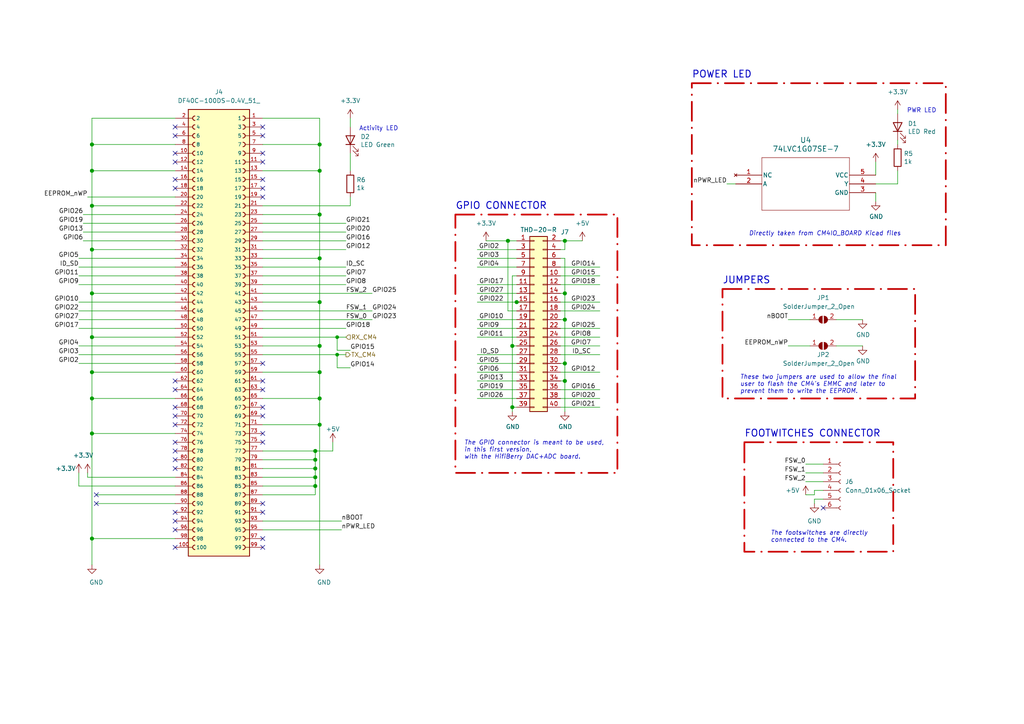
<source format=kicad_sch>
(kicad_sch (version 20230121) (generator eeschema)
  (paper "A4")
  (title_block (title "Bridge - Main Board") (date "2020-10-31") (rev "v01") (company "CanyonTeam") (comment 1 "Author: Clément MESLIF - Romain HUET"))
  (lib_symbols
    (symbol "74LVC1G07SE_7:74LVC1G07SE-7" (pin_names (offset 0.254))
      (property "Reference" "U" (at 20.32 10.16 0))
      (property "Value" "74LVC1G07SE-7" (at 20.32 7.62 0))
      (symbol "74LVC1G07SE-7_0_1"
        (polyline (pts (xy 7.62 -10.16) (xy 33.02 -10.16)) (stroke (width 0.127)))
        (polyline (pts (xy 7.62 5.08) (xy 7.62 -10.16)) (stroke (width 0.127)))
        (polyline (pts (xy 33.02 -10.16) (xy 33.02 5.08)) (stroke (width 0.127)))
        (polyline (pts (xy 33.02 5.08) (xy 7.62 5.08)) (stroke (width 0.127)))
        (pin no_connect line (at 0 0 0) (length 7.62) (name "NC") (number "1"))
        (pin input line (at 0 -2.54 0) (length 7.62) (name "A") (number "2"))
        (pin power_out line (at 40.64 -5.08 180) (length 7.62) (name "GND") (number "3"))
        (pin output line (at 40.64 -2.54 180) (length 7.62) (name "Y") (number "4"))
        (pin power_in line (at 40.64 0 180) (length 7.62) (name "VCC") (number "5"))
      )
    )
    (symbol "Connector:Conn_01x06_Socket" (pin_names (offset 1.016) hide)
      (property "Reference" "J" (at 0 7.62 0))
      (property "Value" "Conn_01x06_Socket" (at 0 -10.16 0))
      (symbol "Conn_01x06_Socket_1_1"
        (arc (start 0 -7.112) (mid -0.5058 -7.62) (end 0 -8.128) (stroke (width 0.1524)))
        (arc (start 0 -4.572) (mid -0.5058 -5.08) (end 0 -5.588) (stroke (width 0.1524)))
        (arc (start 0 -2.032) (mid -0.5058 -2.54) (end 0 -3.048) (stroke (width 0.1524)))
        (polyline (pts (xy -1.27 -7.62) (xy -0.508 -7.62)) (stroke (width 0.1524)))
        (polyline (pts (xy -1.27 -5.08) (xy -0.508 -5.08)) (stroke (width 0.1524)))
        (polyline (pts (xy -1.27 -2.54) (xy -0.508 -2.54)) (stroke (width 0.1524)))
        (polyline (pts (xy -1.27 0) (xy -0.508 0)) (stroke (width 0.1524)))
        (polyline (pts (xy -1.27 2.54) (xy -0.508 2.54)) (stroke (width 0.1524)))
        (polyline (pts (xy -1.27 5.08) (xy -0.508 5.08)) (stroke (width 0.1524)))
        (arc (start 0 0.508) (mid -0.5058 0) (end 0 -0.508) (stroke (width 0.1524)))
        (arc (start 0 3.048) (mid -0.5058 2.54) (end 0 2.032) (stroke (width 0.1524)))
        (arc (start 0 5.588) (mid -0.5058 5.08) (end 0 4.572) (stroke (width 0.1524)))
        (pin passive line (at -5.08 5.08 0) (length 3.81) (name "Pin_1") (number "1"))
        (pin passive line (at -5.08 2.54 0) (length 3.81) (name "Pin_2") (number "2"))
        (pin passive line (at -5.08 0 0) (length 3.81) (name "Pin_3") (number "3"))
        (pin passive line (at -5.08 -2.54 0) (length 3.81) (name "Pin_4") (number "4"))
        (pin passive line (at -5.08 -5.08 0) (length 3.81) (name "Pin_5") (number "5"))
        (pin passive line (at -5.08 -7.62 0) (length 3.81) (name "Pin_6") (number "6"))
      )
    )
    (symbol "Connector_Generic:Conn_02x20_Odd_Even" (pin_names hide)
      (property "Reference" "J" (at 1.27 25.4 0))
      (property "Value" "Conn_02x20_Odd_Even" (at 1.27 -27.94 0))
      (symbol "Conn_02x20_Odd_Even_1_1"
        (rectangle (start -1.27 -25.273) (end 0 -25.527))
        (rectangle (start -1.27 -22.733) (end 0 -22.987))
        (rectangle (start -1.27 -20.193) (end 0 -20.447))
        (rectangle (start -1.27 -17.653) (end 0 -17.907))
        (rectangle (start -1.27 -15.113) (end 0 -15.367))
        (rectangle (start -1.27 -12.573) (end 0 -12.827))
        (rectangle (start -1.27 -10.033) (end 0 -10.287))
        (rectangle (start -1.27 -7.493) (end 0 -7.747))
        (rectangle (start -1.27 -4.953) (end 0 -5.207))
        (rectangle (start -1.27 -2.413) (end 0 -2.667))
        (rectangle (start -1.27 0.127) (end 0 -0.127))
        (rectangle (start -1.27 2.667) (end 0 2.413))
        (rectangle (start -1.27 5.207) (end 0 4.953))
        (rectangle (start -1.27 7.747) (end 0 7.493))
        (rectangle (start -1.27 10.287) (end 0 10.033))
        (rectangle (start -1.27 12.827) (end 0 12.573))
        (rectangle (start -1.27 15.367) (end 0 15.113))
        (rectangle (start -1.27 17.907) (end 0 17.653))
        (rectangle (start -1.27 20.447) (end 0 20.193))
        (rectangle (start -1.27 22.987) (end 0 22.733))
        (rectangle (start -1.27 24.13) (end 3.81 -26.67) (stroke (width 0.254)) (fill (type background)))
        (rectangle (start 3.81 -25.273) (end 2.54 -25.527))
        (rectangle (start 3.81 -22.733) (end 2.54 -22.987))
        (rectangle (start 3.81 -20.193) (end 2.54 -20.447))
        (rectangle (start 3.81 -17.653) (end 2.54 -17.907))
        (rectangle (start 3.81 -15.113) (end 2.54 -15.367))
        (rectangle (start 3.81 -12.573) (end 2.54 -12.827))
        (rectangle (start 3.81 -10.033) (end 2.54 -10.287))
        (rectangle (start 3.81 -7.493) (end 2.54 -7.747))
        (rectangle (start 3.81 -4.953) (end 2.54 -5.207))
        (rectangle (start 3.81 -2.413) (end 2.54 -2.667))
        (rectangle (start 3.81 0.127) (end 2.54 -0.127))
        (rectangle (start 3.81 2.667) (end 2.54 2.413))
        (rectangle (start 3.81 5.207) (end 2.54 4.953))
        (rectangle (start 3.81 7.747) (end 2.54 7.493))
        (rectangle (start 3.81 10.287) (end 2.54 10.033))
        (rectangle (start 3.81 12.827) (end 2.54 12.573))
        (rectangle (start 3.81 15.367) (end 2.54 15.113))
        (rectangle (start 3.81 17.907) (end 2.54 17.653))
        (rectangle (start 3.81 20.447) (end 2.54 20.193))
        (rectangle (start 3.81 22.987) (end 2.54 22.733))
        (pin passive line (at -5.08 22.86 0) (length 3.81) (name "Pin_1") (number "1"))
        (pin passive line (at 7.62 12.7 180) (length 3.81) (name "Pin_10") (number "10"))
        (pin passive line (at -5.08 10.16 0) (length 3.81) (name "Pin_11") (number "11"))
        (pin passive line (at 7.62 10.16 180) (length 3.81) (name "Pin_12") (number "12"))
        (pin passive line (at -5.08 7.62 0) (length 3.81) (name "Pin_13") (number "13"))
        (pin passive line (at 7.62 7.62 180) (length 3.81) (name "Pin_14") (number "14"))
        (pin passive line (at -5.08 5.08 0) (length 3.81) (name "Pin_15") (number "15"))
        (pin passive line (at 7.62 5.08 180) (length 3.81) (name "Pin_16") (number "16"))
        (pin passive line (at -5.08 2.54 0) (length 3.81) (name "Pin_17") (number "17"))
        (pin passive line (at 7.62 2.54 180) (length 3.81) (name "Pin_18") (number "18"))
        (pin passive line (at -5.08 0 0) (length 3.81) (name "Pin_19") (number "19"))
        (pin passive line (at 7.62 22.86 180) (length 3.81) (name "Pin_2") (number "2"))
        (pin passive line (at 7.62 0 180) (length 3.81) (name "Pin_20") (number "20"))
        (pin passive line (at -5.08 -2.54 0) (length 3.81) (name "Pin_21") (number "21"))
        (pin passive line (at 7.62 -2.54 180) (length 3.81) (name "Pin_22") (number "22"))
        (pin passive line (at -5.08 -5.08 0) (length 3.81) (name "Pin_23") (number "23"))
        (pin passive line (at 7.62 -5.08 180) (length 3.81) (name "Pin_24") (number "24"))
        (pin passive line (at -5.08 -7.62 0) (length 3.81) (name "Pin_25") (number "25"))
        (pin passive line (at 7.62 -7.62 180) (length 3.81) (name "Pin_26") (number "26"))
        (pin passive line (at -5.08 -10.16 0) (length 3.81) (name "Pin_27") (number "27"))
        (pin passive line (at 7.62 -10.16 180) (length 3.81) (name "Pin_28") (number "28"))
        (pin passive line (at -5.08 -12.7 0) (length 3.81) (name "Pin_29") (number "29"))
        (pin passive line (at -5.08 20.32 0) (length 3.81) (name "Pin_3") (number "3"))
        (pin passive line (at 7.62 -12.7 180) (length 3.81) (name "Pin_30") (number "30"))
        (pin passive line (at -5.08 -15.24 0) (length 3.81) (name "Pin_31") (number "31"))
        (pin passive line (at 7.62 -15.24 180) (length 3.81) (name "Pin_32") (number "32"))
        (pin passive line (at -5.08 -17.78 0) (length 3.81) (name "Pin_33") (number "33"))
        (pin passive line (at 7.62 -17.78 180) (length 3.81) (name "Pin_34") (number "34"))
        (pin passive line (at -5.08 -20.32 0) (length 3.81) (name "Pin_35") (number "35"))
        (pin passive line (at 7.62 -20.32 180) (length 3.81) (name "Pin_36") (number "36"))
        (pin passive line (at -5.08 -22.86 0) (length 3.81) (name "Pin_37") (number "37"))
        (pin passive line (at 7.62 -22.86 180) (length 3.81) (name "Pin_38") (number "38"))
        (pin passive line (at -5.08 -25.4 0) (length 3.81) (name "Pin_39") (number "39"))
        (pin passive line (at 7.62 20.32 180) (length 3.81) (name "Pin_4") (number "4"))
        (pin passive line (at 7.62 -25.4 180) (length 3.81) (name "Pin_40") (number "40"))
        (pin passive line (at -5.08 17.78 0) (length 3.81) (name "Pin_5") (number "5"))
        (pin passive line (at 7.62 17.78 180) (length 3.81) (name "Pin_6") (number "6"))
        (pin passive line (at -5.08 15.24 0) (length 3.81) (name "Pin_7") (number "7"))
        (pin passive line (at 7.62 15.24 180) (length 3.81) (name "Pin_8") (number "8"))
        (pin passive line (at -5.08 12.7 0) (length 3.81) (name "Pin_9") (number "9"))
      )
    )
    (symbol "DF40C-100DS-0.4V_51_:DF40C-100DS-0.4V_51_" (pin_names (offset 1.016))
      (property "Reference" "J" (at -8.9083 63.6526 0))
      (property "Value" "DF40C-100DS-0.4V_51_" (at -8.9063 -68.7318 0))
      (symbol "DF40C-100DS-0.4V_51__0_0"
        (rectangle (start -8.89 -66.04) (end 8.89 63.5) (stroke (width 0.254)) (fill (type background)))
        (arc (start -6.985 -62.865) (mid -7.6173 -63.5) (end -6.985 -64.135) (stroke (width 0.254)))
        (arc (start -6.985 -60.325) (mid -7.6173 -60.96) (end -6.985 -61.595) (stroke (width 0.254)))
        (arc (start -6.985 -57.785) (mid -7.6173 -58.42) (end -6.985 -59.055) (stroke (width 0.254)))
        (arc (start -6.985 -55.245) (mid -7.6173 -55.88) (end -6.985 -56.515) (stroke (width 0.254)))
        (arc (start -6.985 -52.705) (mid -7.6173 -53.34) (end -6.985 -53.975) (stroke (width 0.254)))
        (arc (start -6.985 -50.165) (mid -7.6173 -50.8) (end -6.985 -51.435) (stroke (width 0.254)))
        (arc (start -6.985 -47.625) (mid -7.6173 -48.26) (end -6.985 -48.895) (stroke (width 0.254)))
        (arc (start -6.985 -45.085) (mid -7.6173 -45.72) (end -6.985 -46.355) (stroke (width 0.254)))
        (arc (start -6.985 -42.545) (mid -7.6173 -43.18) (end -6.985 -43.815) (stroke (width 0.254)))
        (arc (start -6.985 -40.005) (mid -7.6173 -40.64) (end -6.985 -41.275) (stroke (width 0.254)))
        (arc (start -6.985 -37.465) (mid -7.6173 -38.1) (end -6.985 -38.735) (stroke (width 0.254)))
        (arc (start -6.985 -34.925) (mid -7.6173 -35.56) (end -6.985 -36.195) (stroke (width 0.254)))
        (arc (start -6.985 -32.385) (mid -7.6173 -33.02) (end -6.985 -33.655) (stroke (width 0.254)))
        (arc (start -6.985 -29.845) (mid -7.6173 -30.48) (end -6.985 -31.115) (stroke (width 0.254)))
        (arc (start -6.985 -27.305) (mid -7.6173 -27.94) (end -6.985 -28.575) (stroke (width 0.254)))
        (arc (start -6.985 -24.765) (mid -7.6173 -25.4) (end -6.985 -26.035) (stroke (width 0.254)))
        (arc (start -6.985 -22.225) (mid -7.6173 -22.86) (end -6.985 -23.495) (stroke (width 0.254)))
        (arc (start -6.985 -19.685) (mid -7.6173 -20.32) (end -6.985 -20.955) (stroke (width 0.254)))
        (arc (start -6.985 -17.145) (mid -7.6173 -17.78) (end -6.985 -18.415) (stroke (width 0.254)))
        (arc (start -6.985 -14.605) (mid -7.6173 -15.24) (end -6.985 -15.875) (stroke (width 0.254)))
        (arc (start -6.985 -12.065) (mid -7.6173 -12.7) (end -6.985 -13.335) (stroke (width 0.254)))
        (arc (start -6.985 -9.525) (mid -7.6173 -10.16) (end -6.985 -10.795) (stroke (width 0.254)))
        (arc (start -6.985 -6.985) (mid -7.6173 -7.62) (end -6.985 -8.255) (stroke (width 0.254)))
        (arc (start -6.985 -4.445) (mid -7.6173 -5.08) (end -6.985 -5.715) (stroke (width 0.254)))
        (arc (start -6.985 -1.905) (mid -7.6173 -2.54) (end -6.985 -3.175) (stroke (width 0.254)))
        (arc (start -6.985 0.635) (mid -7.6173 0) (end -6.985 -0.635) (stroke (width 0.254)))
        (arc (start -6.985 3.175) (mid -7.6173 2.54) (end -6.985 1.905) (stroke (width 0.254)))
        (arc (start -6.985 5.715) (mid -7.6173 5.08) (end -6.985 4.445) (stroke (width 0.254)))
        (arc (start -6.985 8.255) (mid -7.6173 7.62) (end -6.985 6.985) (stroke (width 0.254)))
        (arc (start -6.985 10.795) (mid -7.6173 10.16) (end -6.985 9.525) (stroke (width 0.254)))
        (arc (start -6.985 13.335) (mid -7.6173 12.7) (end -6.985 12.065) (stroke (width 0.254)))
        (arc (start -6.985 15.875) (mid -7.6173 15.24) (end -6.985 14.605) (stroke (width 0.254)))
        (arc (start -6.985 18.415) (mid -7.6173 17.78) (end -6.985 17.145) (stroke (width 0.254)))
        (arc (start -6.985 20.955) (mid -7.6173 20.32) (end -6.985 19.685) (stroke (width 0.254)))
        (arc (start -6.985 23.495) (mid -7.6173 22.86) (end -6.985 22.225) (stroke (width 0.254)))
        (arc (start -6.985 26.035) (mid -7.6173 25.4) (end -6.985 24.765) (stroke (width 0.254)))
        (arc (start -6.985 28.575) (mid -7.6173 27.94) (end -6.985 27.305) (stroke (width 0.254)))
        (arc (start -6.985 31.115) (mid -7.6173 30.48) (end -6.985 29.845) (stroke (width 0.254)))
        (arc (start -6.985 33.655) (mid -7.6173 33.02) (end -6.985 32.385) (stroke (width 0.254)))
        (arc (start -6.985 36.195) (mid -7.6173 35.56) (end -6.985 34.925) (stroke (width 0.254)))
        (arc (start -6.985 38.735) (mid -7.6173 38.1) (end -6.985 37.465) (stroke (width 0.254)))
        (arc (start -6.985 41.275) (mid -7.6173 40.64) (end -6.985 40.005) (stroke (width 0.254)))
        (arc (start -6.985 43.815) (mid -7.6173 43.18) (end -6.985 42.545) (stroke (width 0.254)))
        (arc (start -6.985 46.355) (mid -7.6173 45.72) (end -6.985 45.085) (stroke (width 0.254)))
        (arc (start -6.985 48.895) (mid -7.6173 48.26) (end -6.985 47.625) (stroke (width 0.254)))
        (arc (start -6.985 51.435) (mid -7.6173 50.8) (end -6.985 50.165) (stroke (width 0.254)))
        (arc (start -6.985 53.975) (mid -7.6173 53.34) (end -6.985 52.705) (stroke (width 0.254)))
        (arc (start -6.985 56.515) (mid -7.6173 55.88) (end -6.985 55.245) (stroke (width 0.254)))
        (arc (start -6.985 59.055) (mid -7.6173 58.42) (end -6.985 57.785) (stroke (width 0.254)))
        (arc (start -6.985 61.595) (mid -7.6173 60.96) (end -6.985 60.325) (stroke (width 0.254)))
        (arc (start 6.985 -64.135) (mid 7.6173 -63.5) (end 6.985 -62.865) (stroke (width 0.254)))
        (arc (start 6.985 -61.595) (mid 7.6173 -60.96) (end 6.985 -60.325) (stroke (width 0.254)))
        (arc (start 6.985 -59.055) (mid 7.6173 -58.42) (end 6.985 -57.785) (stroke (width 0.254)))
        (arc (start 6.985 -56.515) (mid 7.6173 -55.88) (end 6.985 -55.245) (stroke (width 0.254)))
        (arc (start 6.985 -53.975) (mid 7.6173 -53.34) (end 6.985 -52.705) (stroke (width 0.254)))
        (arc (start 6.985 -51.435) (mid 7.6173 -50.8) (end 6.985 -50.165) (stroke (width 0.254)))
        (arc (start 6.985 -48.895) (mid 7.6173 -48.26) (end 6.985 -47.625) (stroke (width 0.254)))
        (arc (start 6.985 -46.355) (mid 7.6173 -45.72) (end 6.985 -45.085) (stroke (width 0.254)))
        (arc (start 6.985 -43.815) (mid 7.6173 -43.18) (end 6.985 -42.545) (stroke (width 0.254)))
        (arc (start 6.985 -41.275) (mid 7.6173 -40.64) (end 6.985 -40.005) (stroke (width 0.254)))
        (arc (start 6.985 -38.735) (mid 7.6173 -38.1) (end 6.985 -37.465) (stroke (width 0.254)))
        (arc (start 6.985 -36.195) (mid 7.6173 -35.56) (end 6.985 -34.925) (stroke (width 0.254)))
        (arc (start 6.985 -33.655) (mid 7.6173 -33.02) (end 6.985 -32.385) (stroke (width 0.254)))
        (arc (start 6.985 -31.115) (mid 7.6173 -30.48) (end 6.985 -29.845) (stroke (width 0.254)))
        (arc (start 6.985 -28.575) (mid 7.6173 -27.94) (end 6.985 -27.305) (stroke (width 0.254)))
        (arc (start 6.985 -26.035) (mid 7.6173 -25.4) (end 6.985 -24.765) (stroke (width 0.254)))
        (arc (start 6.985 -23.495) (mid 7.6173 -22.86) (end 6.985 -22.225) (stroke (width 0.254)))
        (arc (start 6.985 -20.955) (mid 7.6173 -20.32) (end 6.985 -19.685) (stroke (width 0.254)))
        (arc (start 6.985 -18.415) (mid 7.6173 -17.78) (end 6.985 -17.145) (stroke (width 0.254)))
        (arc (start 6.985 -15.875) (mid 7.6173 -15.24) (end 6.985 -14.605) (stroke (width 0.254)))
        (arc (start 6.985 -13.335) (mid 7.6173 -12.7) (end 6.985 -12.065) (stroke (width 0.254)))
        (arc (start 6.985 -10.795) (mid 7.6173 -10.16) (end 6.985 -9.525) (stroke (width 0.254)))
        (arc (start 6.985 -8.255) (mid 7.6173 -7.62) (end 6.985 -6.985) (stroke (width 0.254)))
        (arc (start 6.985 -5.715) (mid 7.6173 -5.08) (end 6.985 -4.445) (stroke (width 0.254)))
        (arc (start 6.985 -3.175) (mid 7.6173 -2.54) (end 6.985 -1.905) (stroke (width 0.254)))
        (arc (start 6.985 -0.635) (mid 7.6173 0) (end 6.985 0.635) (stroke (width 0.254)))
        (arc (start 6.985 1.905) (mid 7.6173 2.54) (end 6.985 3.175) (stroke (width 0.254)))
        (arc (start 6.985 4.445) (mid 7.6173 5.08) (end 6.985 5.715) (stroke (width 0.254)))
        (arc (start 6.985 6.985) (mid 7.6173 7.62) (end 6.985 8.255) (stroke (width 0.254)))
        (arc (start 6.985 9.525) (mid 7.6173 10.16) (end 6.985 10.795) (stroke (width 0.254)))
        (arc (start 6.985 12.065) (mid 7.6173 12.7) (end 6.985 13.335) (stroke (width 0.254)))
        (arc (start 6.985 14.605) (mid 7.6173 15.24) (end 6.985 15.875) (stroke (width 0.254)))
        (arc (start 6.985 17.145) (mid 7.6173 17.78) (end 6.985 18.415) (stroke (width 0.254)))
        (arc (start 6.985 19.685) (mid 7.6173 20.32) (end 6.985 20.955) (stroke (width 0.254)))
        (arc (start 6.985 22.225) (mid 7.6173 22.86) (end 6.985 23.495) (stroke (width 0.254)))
        (arc (start 6.985 24.765) (mid 7.6173 25.4) (end 6.985 26.035) (stroke (width 0.254)))
        (arc (start 6.985 27.305) (mid 7.6173 27.94) (end 6.985 28.575) (stroke (width 0.254)))
        (arc (start 6.985 29.845) (mid 7.6173 30.48) (end 6.985 31.115) (stroke (width 0.254)))
        (arc (start 6.985 32.385) (mid 7.6173 33.02) (end 6.985 33.655) (stroke (width 0.254)))
        (arc (start 6.985 34.925) (mid 7.6173 35.56) (end 6.985 36.195) (stroke (width 0.254)))
        (arc (start 6.985 37.465) (mid 7.6173 38.1) (end 6.985 38.735) (stroke (width 0.254)))
        (arc (start 6.985 40.005) (mid 7.6173 40.64) (end 6.985 41.275) (stroke (width 0.254)))
        (arc (start 6.985 42.545) (mid 7.6173 43.18) (end 6.985 43.815) (stroke (width 0.254)))
        (arc (start 6.985 45.085) (mid 7.6173 45.72) (end 6.985 46.355) (stroke (width 0.254)))
        (arc (start 6.985 47.625) (mid 7.6173 48.26) (end 6.985 48.895) (stroke (width 0.254)))
        (arc (start 6.985 50.165) (mid 7.6173 50.8) (end 6.985 51.435) (stroke (width 0.254)))
        (arc (start 6.985 52.705) (mid 7.6173 53.34) (end 6.985 53.975) (stroke (width 0.254)))
        (arc (start 6.985 55.245) (mid 7.6173 55.88) (end 6.985 56.515) (stroke (width 0.254)))
        (arc (start 6.985 57.785) (mid 7.6173 58.42) (end 6.985 59.055) (stroke (width 0.254)))
        (arc (start 6.985 60.325) (mid 7.6173 60.96) (end 6.985 61.595) (stroke (width 0.254)))
        (pin passive line (at -12.7 60.96 0) (length 5.08) (name "1") (number "1"))
        (pin passive line (at 12.7 50.8 180) (length 5.08) (name "10") (number "10"))
        (pin passive line (at 12.7 -63.5 180) (length 5.08) (name "100") (number "100"))
        (pin passive line (at -12.7 48.26 0) (length 5.08) (name "11") (number "11"))
        (pin passive line (at 12.7 48.26 180) (length 5.08) (name "12") (number "12"))
        (pin passive line (at -12.7 45.72 0) (length 5.08) (name "13") (number "13"))
        (pin passive line (at 12.7 45.72 180) (length 5.08) (name "14") (number "14"))
        (pin passive line (at -12.7 43.18 0) (length 5.08) (name "15") (number "15"))
        (pin passive line (at 12.7 43.18 180) (length 5.08) (name "16") (number "16"))
        (pin passive line (at -12.7 40.64 0) (length 5.08) (name "17") (number "17"))
        (pin passive line (at 12.7 40.64 180) (length 5.08) (name "18") (number "18"))
        (pin passive line (at -12.7 38.1 0) (length 5.08) (name "19") (number "19"))
        (pin passive line (at 12.7 60.96 180) (length 5.08) (name "2") (number "2"))
        (pin passive line (at 12.7 38.1 180) (length 5.08) (name "20") (number "20"))
        (pin passive line (at -12.7 35.56 0) (length 5.08) (name "21") (number "21"))
        (pin passive line (at 12.7 35.56 180) (length 5.08) (name "22") (number "22"))
        (pin passive line (at -12.7 33.02 0) (length 5.08) (name "23") (number "23"))
        (pin passive line (at 12.7 33.02 180) (length 5.08) (name "24") (number "24"))
        (pin passive line (at -12.7 30.48 0) (length 5.08) (name "25") (number "25"))
        (pin passive line (at 12.7 30.48 180) (length 5.08) (name "26") (number "26"))
        (pin passive line (at -12.7 27.94 0) (length 5.08) (name "27") (number "27"))
        (pin passive line (at 12.7 27.94 180) (length 5.08) (name "28") (number "28"))
        (pin passive line (at -12.7 25.4 0) (length 5.08) (name "29") (number "29"))
        (pin passive line (at -12.7 58.42 0) (length 5.08) (name "3") (number "3"))
        (pin passive line (at 12.7 25.4 180) (length 5.08) (name "30") (number "30"))
        (pin passive line (at -12.7 22.86 0) (length 5.08) (name "31") (number "31"))
        (pin passive line (at 12.7 22.86 180) (length 5.08) (name "32") (number "32"))
        (pin passive line (at -12.7 20.32 0) (length 5.08) (name "33") (number "33"))
        (pin passive line (at 12.7 20.32 180) (length 5.08) (name "34") (number "34"))
        (pin passive line (at -12.7 17.78 0) (length 5.08) (name "35") (number "35"))
        (pin passive line (at 12.7 17.78 180) (length 5.08) (name "36") (number "36"))
        (pin passive line (at -12.7 15.24 0) (length 5.08) (name "37") (number "37"))
        (pin passive line (at 12.7 15.24 180) (length 5.08) (name "38") (number "38"))
        (pin passive line (at -12.7 12.7 0) (length 5.08) (name "39") (number "39"))
        (pin passive line (at 12.7 58.42 180) (length 5.08) (name "4") (number "4"))
        (pin passive line (at 12.7 12.7 180) (length 5.08) (name "40") (number "40"))
        (pin passive line (at -12.7 10.16 0) (length 5.08) (name "41") (number "41"))
        (pin passive line (at 12.7 10.16 180) (length 5.08) (name "42") (number "42"))
        (pin passive line (at -12.7 7.62 0) (length 5.08) (name "43") (number "43"))
        (pin passive line (at 12.7 7.62 180) (length 5.08) (name "44") (number "44"))
        (pin passive line (at -12.7 5.08 0) (length 5.08) (name "45") (number "45"))
        (pin passive line (at 12.7 5.08 180) (length 5.08) (name "46") (number "46"))
        (pin passive line (at -12.7 2.54 0) (length 5.08) (name "47") (number "47"))
        (pin passive line (at 12.7 2.54 180) (length 5.08) (name "48") (number "48"))
        (pin passive line (at -12.7 0 0) (length 5.08) (name "49") (number "49"))
        (pin passive line (at -12.7 55.88 0) (length 5.08) (name "5") (number "5"))
        (pin passive line (at 12.7 0 180) (length 5.08) (name "50") (number "50"))
        (pin passive line (at -12.7 -2.54 0) (length 5.08) (name "51") (number "51"))
        (pin passive line (at 12.7 -2.54 180) (length 5.08) (name "52") (number "52"))
        (pin passive line (at -12.7 -5.08 0) (length 5.08) (name "53") (number "53"))
        (pin passive line (at 12.7 -5.08 180) (length 5.08) (name "54") (number "54"))
        (pin passive line (at -12.7 -7.62 0) (length 5.08) (name "55") (number "55"))
        (pin passive line (at 12.7 -7.62 180) (length 5.08) (name "56") (number "56"))
        (pin passive line (at -12.7 -10.16 0) (length 5.08) (name "57") (number "57"))
        (pin passive line (at 12.7 -10.16 180) (length 5.08) (name "58") (number "58"))
        (pin passive line (at -12.7 -12.7 0) (length 5.08) (name "59") (number "59"))
        (pin passive line (at 12.7 55.88 180) (length 5.08) (name "6") (number "6"))
        (pin passive line (at 12.7 -12.7 180) (length 5.08) (name "60") (number "60"))
        (pin passive line (at -12.7 -15.24 0) (length 5.08) (name "61") (number "61"))
        (pin passive line (at 12.7 -15.24 180) (length 5.08) (name "62") (number "62"))
        (pin passive line (at -12.7 -17.78 0) (length 5.08) (name "63") (number "63"))
        (pin passive line (at 12.7 -17.78 180) (length 5.08) (name "64") (number "64"))
        (pin passive line (at -12.7 -20.32 0) (length 5.08) (name "65") (number "65"))
        (pin passive line (at 12.7 -20.32 180) (length 5.08) (name "66") (number "66"))
        (pin passive line (at -12.7 -22.86 0) (length 5.08) (name "67") (number "67"))
        (pin passive line (at 12.7 -22.86 180) (length 5.08) (name "68") (number "68"))
        (pin passive line (at -12.7 -25.4 0) (length 5.08) (name "69") (number "69"))
        (pin passive line (at -12.7 53.34 0) (length 5.08) (name "7") (number "7"))
        (pin passive line (at 12.7 -25.4 180) (length 5.08) (name "70") (number "70"))
        (pin passive line (at -12.7 -27.94 0) (length 5.08) (name "71") (number "71"))
        (pin passive line (at 12.7 -27.94 180) (length 5.08) (name "72") (number "72"))
        (pin passive line (at -12.7 -30.48 0) (length 5.08) (name "73") (number "73"))
        (pin passive line (at 12.7 -30.48 180) (length 5.08) (name "74") (number "74"))
        (pin passive line (at -12.7 -33.02 0) (length 5.08) (name "75") (number "75"))
        (pin passive line (at 12.7 -33.02 180) (length 5.08) (name "76") (number "76"))
        (pin passive line (at -12.7 -35.56 0) (length 5.08) (name "77") (number "77"))
        (pin passive line (at 12.7 -35.56 180) (length 5.08) (name "78") (number "78"))
        (pin passive line (at -12.7 -38.1 0) (length 5.08) (name "79") (number "79"))
        (pin passive line (at 12.7 53.34 180) (length 5.08) (name "8") (number "8"))
        (pin passive line (at 12.7 -38.1 180) (length 5.08) (name "80") (number "80"))
        (pin passive line (at -12.7 -40.64 0) (length 5.08) (name "81") (number "81"))
        (pin passive line (at 12.7 -40.64 180) (length 5.08) (name "82") (number "82"))
        (pin passive line (at -12.7 -43.18 0) (length 5.08) (name "83") (number "83"))
        (pin passive line (at 12.7 -43.18 180) (length 5.08) (name "84") (number "84"))
        (pin passive line (at -12.7 -45.72 0) (length 5.08) (name "85") (number "85"))
        (pin passive line (at 12.7 -45.72 180) (length 5.08) (name "86") (number "86"))
        (pin passive line (at -12.7 -48.26 0) (length 5.08) (name "87") (number "87"))
        (pin passive line (at 12.7 -48.26 180) (length 5.08) (name "88") (number "88"))
        (pin passive line (at -12.7 -50.8 0) (length 5.08) (name "89") (number "89"))
        (pin passive line (at -12.7 50.8 0) (length 5.08) (name "9") (number "9"))
        (pin passive line (at 12.7 -50.8 180) (length 5.08) (name "90") (number "90"))
        (pin passive line (at -12.7 -53.34 0) (length 5.08) (name "91") (number "91"))
        (pin passive line (at 12.7 -53.34 180) (length 5.08) (name "92") (number "92"))
        (pin passive line (at -12.7 -55.88 0) (length 5.08) (name "93") (number "93"))
        (pin passive line (at 12.7 -55.88 180) (length 5.08) (name "94") (number "94"))
        (pin passive line (at -12.7 -58.42 0) (length 5.08) (name "95") (number "95"))
        (pin passive line (at 12.7 -58.42 180) (length 5.08) (name "96") (number "96"))
        (pin passive line (at -12.7 -60.96 0) (length 5.08) (name "97") (number "97"))
        (pin passive line (at 12.7 -60.96 180) (length 5.08) (name "98") (number "98"))
        (pin passive line (at -12.7 -63.5 0) (length 5.08) (name "99") (number "99"))
      )
    )
    (symbol "Device:LED" (pin_numbers hide) (pin_names hide)
      (property "Reference" "D" (at 0 2.54 0))
      (property "Value" "LED" (at 0 -2.54 0))
      (symbol "LED_0_1"
        (polyline (pts (xy -1.27 -1.27) (xy -1.27 1.27)) (stroke (width 0.254)))
        (polyline (pts (xy -1.27 0) (xy 1.27 0)))
        (polyline (pts (xy 1.27 -1.27) (xy 1.27 1.27) (xy -1.27 0) (xy 1.27 -1.27)) (stroke (width 0.254)))
        (polyline (pts (xy -3.048 -0.762) (xy -4.572 -2.286) (xy -3.81 -2.286) (xy -4.572 -2.286) (xy -4.572 -1.524)))
        (polyline (pts (xy -1.778 -0.762) (xy -3.302 -2.286) (xy -2.54 -2.286) (xy -3.302 -2.286) (xy -3.302 -1.524)))
      )
      (symbol "LED_1_1"
        (pin passive line (at -3.81 0 0) (length 2.54) (name "K") (number "1"))
        (pin passive line (at 3.81 0 180) (length 2.54) (name "A") (number "2"))
      )
    )
    (symbol "Device:R" (pin_numbers hide) (pin_names (offset 0))
      (property "Reference" "R" (at 2.032 0 90))
      (property "Value" "R" (at 0 0 90))
      (symbol "R_0_1"
        (rectangle (start -1.016 -2.54) (end 1.016 2.54) (stroke (width 0.254)))
      )
      (symbol "R_1_1"
        (pin passive line (at 0 3.81 270) (length 1.27) (name "~") (number "1"))
        (pin passive line (at 0 -3.81 90) (length 1.27) (name "~") (number "2"))
      )
    )
    (symbol "GND_1" (power) (pin_names (offset 0))
      (property "Value" "GND_1" (at 0 -3.81 0))
      (symbol "GND_1_0_1"
        (polyline (pts (xy 0 0) (xy 0 -1.27) (xy 1.27 -1.27) (xy 0 -2.54) (xy -1.27 -1.27) (xy 0 -1.27)))
      )
      (symbol "GND_1_1_1"
        (pin power_in line (at 0 0 270) (length 0) hide (name "GND") (number "1"))
      )
    )
    (symbol "Jumper:SolderJumper_2_Open" (pin_names (offset 0) hide)
      (property "Reference" "JP" (at 0 2.032 0))
      (property "Value" "SolderJumper_2_Open" (at 0 -2.54 0))
      (symbol "SolderJumper_2_Open_0_1"
        (arc (start -0.254 1.016) (mid -1.2656 0) (end -0.254 -1.016))
        (arc (start -0.254 1.016) (mid -1.2656 0) (end -0.254 -1.016) (fill (type outline)))
        (polyline (pts (xy -0.254 1.016) (xy -0.254 -1.016)))
        (polyline (pts (xy 0.254 1.016) (xy 0.254 -1.016)))
        (arc (start 0.254 -1.016) (mid 1.2656 0) (end 0.254 1.016))
        (arc (start 0.254 -1.016) (mid 1.2656 0) (end 0.254 1.016) (fill (type outline)))
      )
      (symbol "SolderJumper_2_Open_1_1"
        (pin passive line (at -3.81 0 0) (length 2.54) (name "A") (number "1"))
        (pin passive line (at 3.81 0 180) (length 2.54) (name "B") (number "2"))
      )
    )
    (symbol "power:+3.3V" (power) (pin_names (offset 0))
      (property "Value" "+3.3V" (at 0 3.556 0))
      (symbol "+3.3V_0_1"
        (polyline (pts (xy -0.762 1.27) (xy 0 2.54)))
        (polyline (pts (xy 0 0) (xy 0 2.54)))
        (polyline (pts (xy 0 2.54) (xy 0.762 1.27)))
      )
      (symbol "+3.3V_1_1"
        (pin power_in line (at 0 0 90) (length 0) hide (name "+3.3V") (number "1"))
      )
    )
    (symbol "power:+5V" (power) (pin_names (offset 0))
      (property "Value" "+5V" (at 0 3.556 0))
      (symbol "+5V_0_1"
        (polyline (pts (xy -0.762 1.27) (xy 0 2.54)))
        (polyline (pts (xy 0 0) (xy 0 2.54)))
        (polyline (pts (xy 0 2.54) (xy 0.762 1.27)))
      )
      (symbol "+5V_1_1"
        (pin power_in line (at 0 0 90) (length 0) hide (name "+5V") (number "1"))
      )
    )
    (symbol "power:GND" (power) (pin_names (offset 0))
      (property "Value" "GND" (at 0 -3.81 0))
      (symbol "GND_0_1"
        (polyline (pts (xy 0 0) (xy 0 -1.27) (xy 1.27 -1.27) (xy 0 -2.54) (xy -1.27 -1.27) (xy 0 -1.27)))
      )
      (symbol "GND_1_1"
        (pin power_in line (at 0 0 270) (length 0) hide (name "GND") (number "1"))
      )
    )
  )
  (junction (at 163.83 85.09) (diameter 1.016))
  (junction (at 163.83 110.49) (diameter 1.016))
  (junction (at 97.79 102.87))
  (junction (at 163.83 69.85) (diameter 1.016))
  (junction (at 92.71 87.63) (diameter 1.016))
  (junction (at 149.86 87.63) (diameter 1.016))
  (junction (at 148.59 118.11) (diameter 1.016))
  (junction (at 26.67 156.21) (diameter 1.016))
  (junction (at 91.44 138.43) (diameter 1.016))
  (junction (at 91.44 135.89) (diameter 1.016))
  (junction (at 91.44 140.97) (diameter 1.016))
  (junction (at 148.59 100.33) (diameter 1.016))
  (junction (at 26.67 41.91) (diameter 1.016))
  (junction (at 26.67 115.57) (diameter 1.016))
  (junction (at 92.71 41.91) (diameter 1.016))
  (junction (at 147.32 69.85) (diameter 1.016))
  (junction (at 163.83 105.41) (diameter 1.016))
  (junction (at 92.71 107.95) (diameter 1.016))
  (junction (at 92.71 74.93) (diameter 1.016))
  (junction (at 97.79 97.79))
  (junction (at 92.71 123.19) (diameter 1.016))
  (junction (at 91.44 133.35) (diameter 1.016))
  (junction (at 92.71 115.57) (diameter 1.016))
  (junction (at 26.67 97.79) (diameter 1.016))
  (junction (at 26.67 107.95) (diameter 1.016))
  (junction (at 26.67 72.39) (diameter 1.016))
  (junction (at 26.67 125.73) (diameter 1.016))
  (junction (at 26.67 85.09) (diameter 1.016))
  (junction (at 26.67 59.69) (diameter 1.016))
  (junction (at 26.67 49.53) (diameter 1.016))
  (junction (at 91.44 130.81) (diameter 1.016))
  (junction (at 163.83 92.71) (diameter 1.016))
  (junction (at 92.71 100.33) (diameter 1.016))
  (junction (at 92.71 49.53) (diameter 1.016))
  (junction (at 92.71 62.23) (diameter 1.016))
  (no_connect (at 50.8 46.99))
  (no_connect (at 76.2 158.75))
  (no_connect (at 50.8 128.27))
  (no_connect (at 50.8 39.37))
  (no_connect (at 238.76 147.32))
  (no_connect (at 50.8 113.03))
  (no_connect (at 76.2 44.45))
  (no_connect (at 50.8 148.59))
  (no_connect (at 76.2 148.59))
  (no_connect (at 50.8 130.81))
  (no_connect (at 50.8 110.49))
  (no_connect (at 76.2 110.49))
  (no_connect (at 50.8 54.61))
  (no_connect (at 76.2 105.41))
  (no_connect (at 50.8 133.35))
  (no_connect (at 50.8 36.83))
  (no_connect (at 76.2 118.11))
  (no_connect (at 76.2 125.73))
  (no_connect (at 76.2 39.37))
  (no_connect (at 50.8 151.13))
  (no_connect (at 76.2 146.05))
  (no_connect (at 50.8 135.89))
  (no_connect (at 50.8 52.07))
  (no_connect (at 27.94 143.51))
  (no_connect (at 76.2 156.21))
  (no_connect (at 50.8 123.19))
  (no_connect (at 50.8 44.45))
  (no_connect (at 50.8 158.75))
  (no_connect (at 76.2 120.65))
  (no_connect (at 76.2 36.83))
  (no_connect (at 76.2 46.99))
  (no_connect (at 27.94 146.05))
  (no_connect (at 50.8 120.65))
  (no_connect (at 76.2 113.03))
  (no_connect (at 50.8 153.67))
  (no_connect (at 76.2 128.27))
  (no_connect (at 76.2 57.15))
  (no_connect (at 76.2 52.07))
  (no_connect (at 50.8 118.11))
  (no_connect (at 76.2 54.61))
  (wire (pts (xy 26.67 125.73) (xy 26.67 156.21)))
  (wire (pts (xy 91.44 138.43) (xy 91.44 135.89)))
  (wire (pts (xy 76.2 140.97) (xy 91.44 140.97)))
  (wire (pts (xy 25.4 138.43) (xy 25.4 137.16)))
  (wire (pts (xy 260.35 49.53) (xy 260.35 53.34)))
  (wire (pts (xy 76.2 138.43) (xy 91.44 138.43)))
  (wire (pts (xy 162.56 102.87) (xy 173.99 102.87)))
  (wire (pts (xy 228.6 92.71) (xy 234.95 92.71)))
  (wire (pts (xy 26.67 125.73) (xy 50.8 125.73)))
  (wire (pts (xy 76.2 130.81) (xy 91.44 130.81)))
  (wire (pts (xy 97.79 106.68) (xy 97.79 102.87)))
  (wire (pts (xy 162.56 118.11) (xy 173.99 118.11)))
  (wire (pts (xy 101.6 44.45) (xy 101.6 49.53)))
  (wire (pts (xy 100.33 82.55) (xy 76.2 82.55)))
  (wire (pts (xy 162.56 113.03) (xy 173.99 113.03)))
  (wire (pts (xy 26.67 107.95) (xy 26.67 115.57)))
  (wire (pts (xy 76.2 92.71) (xy 107.95 92.71)))
  (wire (pts (xy 26.67 85.09) (xy 50.8 85.09)))
  (wire (pts (xy 26.67 97.79) (xy 50.8 97.79)))
  (wire (pts (xy 92.71 49.53) (xy 92.71 62.23)))
  (wire (pts (xy 97.79 97.79) (xy 100.33 97.79)))
  (wire (pts (xy 162.56 80.01) (xy 173.99 80.01)))
  (wire (pts (xy 26.67 115.57) (xy 50.8 115.57)))
  (wire (pts (xy 92.71 123.19) (xy 92.71 163.83)))
  (wire (pts (xy 148.59 100.33) (xy 149.86 100.33)))
  (wire (pts (xy 162.56 105.41) (xy 163.83 105.41)))
  (wire (pts (xy 50.8 34.29) (xy 26.67 34.29)))
  (wire (pts (xy 26.67 107.95) (xy 50.8 107.95)))
  (wire (pts (xy 260.35 33.02) (xy 260.35 31.75)))
  (wire (pts (xy 26.67 41.91) (xy 26.67 49.53)))
  (wire (pts (xy 25.4 57.15) (xy 50.8 57.15)))
  (wire (pts (xy 242.57 100.33) (xy 250.19 100.33)))
  (wire (pts (xy 138.43 95.25) (xy 149.86 95.25)))
  (wire (pts (xy 163.83 92.71) (xy 162.56 92.71)))
  (wire (pts (xy 254 46.99) (xy 254 50.8)))
  (wire (pts (xy 101.6 36.83) (xy 101.6 34.29)))
  (wire (pts (xy 24.13 64.77) (xy 50.8 64.77)))
  (wire (pts (xy 163.83 85.09) (xy 163.83 92.71)))
  (wire (pts (xy 100.33 80.01) (xy 76.2 80.01)))
  (wire (pts (xy 228.6 100.33) (xy 234.95 100.33)))
  (wire (pts (xy 147.32 69.85) (xy 147.32 90.17)))
  (wire (pts (xy 26.67 59.69) (xy 26.67 72.39)))
  (wire (pts (xy 50.8 146.05) (xy 27.94 146.05)))
  (wire (pts (xy 26.67 156.21) (xy 50.8 156.21)))
  (wire (pts (xy 99.06 153.67) (xy 76.2 153.67)))
  (wire (pts (xy 236.22 143.51) (xy 236.22 142.24)))
  (wire (pts (xy 27.94 143.51) (xy 50.8 143.51)))
  (wire (pts (xy 99.06 151.13) (xy 76.2 151.13)))
  (wire (pts (xy 162.56 82.55) (xy 173.99 82.55)))
  (wire (pts (xy 213.36 53.34) (xy 210.82 53.34)))
  (wire (pts (xy 138.43 77.47) (xy 149.86 77.47)))
  (wire (pts (xy 76.2 133.35) (xy 91.44 133.35)))
  (wire (pts (xy 76.2 62.23) (xy 92.71 62.23)))
  (wire (pts (xy 101.6 106.68) (xy 97.79 106.68)))
  (wire (pts (xy 76.2 107.95) (xy 92.71 107.95)))
  (wire (pts (xy 76.2 87.63) (xy 92.71 87.63)))
  (wire (pts (xy 100.33 64.77) (xy 76.2 64.77)))
  (wire (pts (xy 148.59 100.33) (xy 148.59 118.11)))
  (wire (pts (xy 26.67 49.53) (xy 50.8 49.53)))
  (wire (pts (xy 76.2 100.33) (xy 92.71 100.33)))
  (wire (pts (xy 162.56 74.93) (xy 163.83 74.93)))
  (wire (pts (xy 254 53.34) (xy 260.35 53.34)))
  (wire (pts (xy 76.2 102.87) (xy 97.79 102.87)))
  (wire (pts (xy 242.57 92.71) (xy 250.19 92.71)))
  (wire (pts (xy 26.67 59.69) (xy 50.8 59.69)))
  (wire (pts (xy 101.6 59.69) (xy 101.6 57.15)))
  (wire (pts (xy 91.44 140.97) (xy 91.44 138.43)))
  (wire (pts (xy 26.67 97.79) (xy 26.67 107.95)))
  (wire (pts (xy 92.71 34.29) (xy 92.71 41.91)))
  (wire (pts (xy 97.79 102.87) (xy 100.33 102.87)))
  (wire (pts (xy 91.44 135.89) (xy 91.44 133.35)))
  (wire (pts (xy 26.67 34.29) (xy 26.67 41.91)))
  (wire (pts (xy 163.83 69.85) (xy 168.91 69.85)))
  (wire (pts (xy 26.67 85.09) (xy 26.67 97.79)))
  (wire (pts (xy 91.44 130.81) (xy 96.52 130.81)))
  (wire (pts (xy 162.56 87.63) (xy 173.99 87.63)))
  (wire (pts (xy 163.83 110.49) (xy 163.83 105.41)))
  (wire (pts (xy 22.86 92.71) (xy 50.8 92.71)))
  (wire (pts (xy 162.56 97.79) (xy 173.99 97.79)))
  (wire (pts (xy 138.43 113.03) (xy 149.86 113.03)))
  (wire (pts (xy 76.2 74.93) (xy 92.71 74.93)))
  (wire (pts (xy 22.86 87.63) (xy 50.8 87.63)))
  (wire (pts (xy 92.71 107.95) (xy 92.71 115.57)))
  (wire (pts (xy 97.79 101.6) (xy 97.79 97.79)))
  (wire (pts (xy 236.22 144.78) (xy 236.22 146.05)))
  (wire (pts (xy 92.71 74.93) (xy 92.71 87.63)))
  (wire (pts (xy 26.67 41.91) (xy 50.8 41.91)))
  (wire (pts (xy 101.6 101.6) (xy 97.79 101.6)))
  (wire (pts (xy 163.83 110.49) (xy 163.83 119.38)))
  (wire (pts (xy 22.86 90.17) (xy 50.8 90.17)))
  (wire (pts (xy 233.68 143.51) (xy 236.22 143.51)))
  (wire (pts (xy 149.86 80.01) (xy 148.59 80.01)))
  (wire (pts (xy 148.59 118.11) (xy 149.86 118.11)))
  (wire (pts (xy 233.68 137.16) (xy 238.76 137.16)))
  (wire (pts (xy 138.43 74.93) (xy 149.86 74.93)))
  (wire (pts (xy 96.52 130.81) (xy 96.52 128.27)))
  (wire (pts (xy 138.43 110.49) (xy 149.86 110.49)))
  (wire (pts (xy 26.67 72.39) (xy 50.8 72.39)))
  (wire (pts (xy 100.33 77.47) (xy 76.2 77.47)))
  (wire (pts (xy 22.86 105.41) (xy 50.8 105.41)))
  (wire (pts (xy 100.33 72.39) (xy 76.2 72.39)))
  (wire (pts (xy 138.43 82.55) (xy 149.86 82.55)))
  (wire (pts (xy 163.83 85.09) (xy 162.56 85.09)))
  (wire (pts (xy 76.2 135.89) (xy 91.44 135.89)))
  (wire (pts (xy 162.56 115.57) (xy 173.99 115.57)))
  (wire (pts (xy 138.43 72.39) (xy 149.86 72.39)))
  (wire (pts (xy 92.71 41.91) (xy 92.71 49.53)))
  (wire (pts (xy 76.2 115.57) (xy 92.71 115.57)))
  (wire (pts (xy 76.2 34.29) (xy 92.71 34.29)))
  (wire (pts (xy 92.71 87.63) (xy 92.71 100.33)))
  (wire (pts (xy 138.43 102.87) (xy 149.86 102.87)))
  (wire (pts (xy 149.86 69.85) (xy 147.32 69.85)))
  (wire (pts (xy 24.13 67.31) (xy 50.8 67.31)))
  (wire (pts (xy 91.44 143.51) (xy 91.44 140.97)))
  (wire (pts (xy 162.56 107.95) (xy 173.99 107.95)))
  (wire (pts (xy 22.86 82.55) (xy 50.8 82.55)))
  (wire (pts (xy 22.86 140.97) (xy 50.8 140.97)))
  (wire (pts (xy 162.56 72.39) (xy 163.83 72.39)))
  (wire (pts (xy 100.33 95.25) (xy 76.2 95.25)))
  (wire (pts (xy 162.56 77.47) (xy 173.99 77.47)))
  (wire (pts (xy 148.59 80.01) (xy 148.59 100.33)))
  (wire (pts (xy 236.22 142.24) (xy 238.76 142.24)))
  (wire (pts (xy 76.2 59.69) (xy 101.6 59.69)))
  (wire (pts (xy 24.13 62.23) (xy 50.8 62.23)))
  (wire (pts (xy 162.56 100.33) (xy 173.99 100.33)))
  (wire (pts (xy 254 55.88) (xy 254 58.42)))
  (wire (pts (xy 138.43 92.71) (xy 149.86 92.71)))
  (wire (pts (xy 148.59 118.11) (xy 148.59 119.38)))
  (wire (pts (xy 76.2 41.91) (xy 92.71 41.91)))
  (wire (pts (xy 22.86 95.25) (xy 50.8 95.25)))
  (wire (pts (xy 138.43 87.63) (xy 149.86 87.63)))
  (wire (pts (xy 76.2 97.79) (xy 97.79 97.79)))
  (wire (pts (xy 26.67 49.53) (xy 26.67 59.69)))
  (wire (pts (xy 162.56 69.85) (xy 163.83 69.85)))
  (wire (pts (xy 22.86 102.87) (xy 50.8 102.87)))
  (wire (pts (xy 138.43 107.95) (xy 149.86 107.95)))
  (wire (pts (xy 162.56 110.49) (xy 163.83 110.49)))
  (wire (pts (xy 163.83 105.41) (xy 163.83 92.71)))
  (wire (pts (xy 92.71 100.33) (xy 92.71 107.95)))
  (wire (pts (xy 233.68 139.7) (xy 238.76 139.7)))
  (wire (pts (xy 162.56 95.25) (xy 173.99 95.25)))
  (wire (pts (xy 238.76 144.78) (xy 236.22 144.78)))
  (wire (pts (xy 152.4 87.63) (xy 149.86 87.63)))
  (wire (pts (xy 138.43 105.41) (xy 149.86 105.41)))
  (wire (pts (xy 24.13 69.85) (xy 50.8 69.85)))
  (wire (pts (xy 162.56 90.17) (xy 173.99 90.17)))
  (wire (pts (xy 26.67 115.57) (xy 26.67 125.73)))
  (wire (pts (xy 100.33 69.85) (xy 76.2 69.85)))
  (wire (pts (xy 260.35 40.64) (xy 260.35 41.91)))
  (wire (pts (xy 25.4 138.43) (xy 50.8 138.43)))
  (wire (pts (xy 140.97 69.85) (xy 147.32 69.85)))
  (wire (pts (xy 76.2 143.51) (xy 91.44 143.51)))
  (wire (pts (xy 138.43 97.79) (xy 149.86 97.79)))
  (wire (pts (xy 163.83 74.93) (xy 163.83 85.09)))
  (wire (pts (xy 92.71 62.23) (xy 92.71 74.93)))
  (wire (pts (xy 138.43 115.57) (xy 149.86 115.57)))
  (wire (pts (xy 76.2 49.53) (xy 92.71 49.53)))
  (wire (pts (xy 22.86 80.01) (xy 50.8 80.01)))
  (wire (pts (xy 91.44 133.35) (xy 91.44 130.81)))
  (wire (pts (xy 76.2 123.19) (xy 92.71 123.19)))
  (wire (pts (xy 22.86 137.16) (xy 22.86 140.97)))
  (wire (pts (xy 22.86 74.93) (xy 50.8 74.93)))
  (wire (pts (xy 76.2 85.09) (xy 107.95 85.09)))
  (wire (pts (xy 163.83 72.39) (xy 163.83 69.85)))
  (wire (pts (xy 22.86 77.47) (xy 50.8 77.47)))
  (wire (pts (xy 147.32 90.17) (xy 149.86 90.17)))
  (wire (pts (xy 233.68 134.62) (xy 238.76 134.62)))
  (wire (pts (xy 138.43 85.09) (xy 149.86 85.09)))
  (wire (pts (xy 26.67 72.39) (xy 26.67 85.09)))
  (wire (pts (xy 22.86 100.33) (xy 50.8 100.33)))
  (wire (pts (xy 100.33 67.31) (xy 76.2 67.31)))
  (wire (pts (xy 26.67 156.21) (xy 26.67 163.83)))
  (wire (pts (xy 76.2 90.17) (xy 107.95 90.17)))
  (wire (pts (xy 92.71 115.57) (xy 92.71 123.19)))
  (rectangle (start 215.9 128.27) (end 259.08 160.02) (stroke (width 0.5) (type dash_dot) (color 194 0 0 1)))
  (rectangle (start 132.08 62.23) (end 179.07 137.16) (stroke (width 0.5) (type dash_dot) (color 194 0 0 1)))
  (rectangle (start 209.55 83.82) (end 265.43 115.57) (stroke (width 0.5) (type dash_dot) (color 194 0 0 1)))
  (rectangle (start 200.66 24.13) (end 274.32 71.12) (stroke (width 0.5) (type dash_dot) (color 194 0 0 1)))
  (text "The footswitches are directly\nconnected to the CM4." (at 223.52 157.48 0) (effects (font (size 1.27 1.27) italic) (justify left bottom)))
  (text "FOOTWITCHES CONNECTOR\n" (at 215.9 127 0) (effects (font (size 2 2) (thickness 0.254) bold) (justify left bottom)))
  (text "JUMPERS\n" (at 209.55 82.55 0) (effects (font (size 2 2) (thickness 0.254) bold) (justify left bottom)))
  (text "POWER LED\n" (at 200.66 22.86 0) (effects (font (size 2 2) (thickness 0.254) bold) (justify left bottom)))
  (text "PWR LED" (at 263.017 32.893 0) (effects (font (size 1.27 1.27)) (justify left bottom)))
  (text "Activity LED" (at 104.14 38.1 0) (effects (font (size 1.27 1.27)) (justify left bottom)))
  (text "These two jumpers are used to allow the final \nuser to flash the CM4's EMMC and later to \nprevent them to write the EEPROM." (at 214.63 114.3 0) (effects (font (size 1.27 1.27) italic) (justify left bottom)))
  (text "The GPIO connector is meant to be used, \nin this first version,\nwith the HifiBerry DAC+ADC board." (at 134.62 133.35 0) (effects (font (size 1.27 1.27) italic) (justify left bottom)))
  (text "GPIO CONNECTOR" (at 132.08 60.96 0) (effects (font (size 2 2) (thickness 0.254) bold) (justify left bottom)))
  (text "Directly taken from CM4IO_BOARD Kicad files\n" (at 217.17 68.58 0) (effects (font (size 1.27 1.27) italic) (justify left bottom)))
  (label "GPIO9" (at 144.78 95.25 180))
  (label "ID_SC" (at 171.45 102.87 180))
  (label "GPIO15" (at 101.6 101.6 0))
  (label "GPIO26" (at 146.05 115.57 180))
  (label "GPIO5" (at 22.86 74.93 180))
  (label "GPIO9" (at 22.86 82.55 180))
  (label "GPIO17" (at 22.86 95.25 180))
  (label "nBOOT" (at 99.06 151.13 0))
  (label "GPIO22" (at 146.05 87.63 180))
  (label "GPIO4" (at 22.86 100.33 180))
  (label "GPIO20" (at 172.72 115.57 180))
  (label "GPIO7" (at 171.45 100.33 180))
  (label "GPIO8" (at 100.33 82.55 0))
  (label "GPIO18" (at 172.72 82.55 180))
  (label "GPIO16" (at 100.33 69.85 0))
  (label "FSW_1" (at 100.33 90.17 0))
  (label "GPIO15" (at 172.72 80.01 180))
  (label "ID_SC" (at 100.33 77.47 0))
  (label "GPIO20" (at 100.33 67.31 0))
  (label "GPIO7" (at 100.33 80.01 0))
  (label "ID_SD" (at 22.86 77.47 180))
  (label "GPIO14" (at 172.72 77.47 180))
  (label "GPIO16" (at 172.72 113.03 180))
  (label "GPIO10" (at 146.05 92.71 180))
  (label "GPIO11" (at 22.86 80.01 180))
  (label "FSW_2" (at 100.33 85.09 0))
  (label "GPIO2" (at 144.78 72.39 180))
  (label "GPIO21" (at 100.33 64.77 0))
  (label "GPIO5" (at 144.78 105.41 180))
  (label "GPIO18" (at 100.33 95.25 0))
  (label "GPIO27" (at 22.86 92.71 180))
  (label "EEPROM_nWP" (at 25.4 57.15 180))
  (label "GPIO21" (at 172.72 118.11 180))
  (label "GPIO17" (at 146.05 82.55 180))
  (label "nPWR_LED" (at 99.06 153.67 0))
  (label "GPIO2" (at 22.86 105.41 180))
  (label "GPIO10" (at 22.86 87.63 180))
  (label "FSW_1" (at 233.68 137.16 180))
  (label "GPIO27" (at 146.05 85.09 180))
  (label "GPIO13" (at 24.13 67.31 180))
  (label "GPIO19" (at 146.05 113.03 180))
  (label "EEPROM_nWP" (at 228.6 100.33 180))
  (label "GPIO11" (at 146.05 97.79 180))
  (label "GPIO24" (at 172.72 90.17 180))
  (label "GPIO23" (at 172.72 87.63 180))
  (label "GPIO22" (at 22.86 90.17 180))
  (label "GPIO12" (at 172.72 107.95 180))
  (label "ID_SD" (at 144.78 102.87 180))
  (label "nPWR_LED" (at 210.82 53.34 180))
  (label "GPIO3" (at 22.86 102.87 180))
  (label "GPIO6" (at 24.13 69.85 180))
  (label "GPIO6" (at 144.78 107.95 180))
  (label "GPIO14" (at 101.6 106.68 0))
  (label "nBOOT" (at 228.6 92.71 180))
  (label "FSW_0" (at 100.33 92.71 0))
  (label "GPIO19" (at 24.13 64.77 180))
  (label "GPIO12" (at 100.33 72.39 0))
  (label "GPIO24" (at 107.95 90.17 0))
  (label "GPIO26" (at 24.13 62.23 180))
  (label "GPIO3" (at 144.78 74.93 180))
  (label "GPIO13" (at 146.05 110.49 180))
  (label "GPIO23" (at 107.95 92.71 0))
  (label "GPIO25" (at 172.72 95.25 180))
  (label "GPIO8" (at 171.45 97.79 180))
  (label "GPIO25" (at 107.95 85.09 0))
  (label "FSW_0" (at 233.68 134.62 180))
  (label "FSW_2" (at 233.68 139.7 180))
  (label "GPIO4" (at 144.78 77.47 180))
  (hierarchical_label "RX_CM4" (shape input) (at 100.33 97.79 0))
  (hierarchical_label "TX_CM4" (shape output) (at 100.33 102.87 0))
  (symbol (lib_id "Jumper:SolderJumper_2_Open") (at 238.76 100.33 0) (unit 1)
    (property "Reference" "JP2" (at 238.76 102.87 0))
    (property "Value" "SolderJumper_2_Open" (at 237.49 105.41 0))
    (property "Footprint" "Connector_PinHeader_2.00mm:PinHeader_1x02_P2.00mm_Vertical" (effects hide))
  )
  (symbol (lib_id "power:+3.3V") (at 254 46.99 0) (unit 1)
    (property "Reference" "#PWR029" (effects hide))
    (property "Value" "+3.3V" (at 254 41.91 0))
  )
  (symbol (lib_id "Device:R") (at 260.35 45.72 0) (unit 1)
    (property "Reference" "R5" (at 262.128 44.5516 0) (effects (justify left)))
    (property "Value" "1k" (at 262.128 46.863 0) (effects (justify left)))
    (property "Footprint" "Resistor_SMD:R_0402_1005Metric" (effects hide))
    (property "Datasheet" "https://fscdn.rohm.com/en/products/databook/datasheet/passive/resistor/chip_resistor/mcr-e.pdf" (effects hide))
    (property "Field4" "Farnell" (effects hide))
    (property "Field5" "9239235" (effects hide))
    (property "Field7" "KOA EUROPE GMBH" (effects hide))
    (property "Field6" "RK73H1ETTP1001F" (effects hide))
    (property "Part Description" "Resistor 1K M1005 1% 63mW" (effects hide))
    (property "Field8" "125049511" (effects hide))
  )
  (symbol (lib_id "power:GND") (at 26.67 163.83 0) (unit 1)
    (property "Reference" "#PWR049" (effects hide))
    (property "Value" "GND" (at 27.94 168.91 0))
  )
  (symbol (lib_name "GND_1") (lib_id "power:GND") (at 236.22 146.05 0) (unit 1)
    (property "Reference" "#PWR042" (effects hide))
    (property "Value" "GND" (at 236.22 151.13 0))
  )
  (symbol (lib_id "power:+3.3V") (at 260.35 31.75 0) (unit 1)
    (property "Reference" "#PWR055" (effects hide))
    (property "Value" "+3.3V" (at 260.35 26.67 0))
  )
  (symbol (lib_id "power:GND") (at 92.71 163.83 0) (unit 1)
    (property "Reference" "#PWR050" (effects hide))
    (property "Value" "GND" (at 93.98 168.91 0))
  )
  (symbol (lib_id "power:+5V") (at 96.52 128.27 0) (unit 1)
    (property "Reference" "#PWR044" (effects hide))
    (property "Value" "+5V" (at 96.52 124.46 0))
  )
  (symbol (lib_id "power:+3.3V") (at 22.86 137.16 0) (unit 1)
    (property "Reference" "#PWR030" (effects hide))
    (property "Value" "+3.3V" (at 19.05 135.89 0))
  )
  (symbol (lib_id "DF40C-100DS-0.4V_51_:DF40C-100DS-0.4V_51_") (at 63.5 95.25 0) (mirror y) (unit 1)
    (property "Reference" "J4" (at 63.5 26.67 0))
    (property "Value" "DF40C-100DS-0.4V_51_" (at 63.5 29.21 0))
    (property "Footprint" "HIROSE_DF40C-100DS-0.4V_51_:HIROSE_DF40C-100DS-0.4V_51_" (effects hide))
    (property "MF" "Hirose" (effects hide))
    (property "MAXIMUM_PACKAGE_HEIGHT" "1.65mm" (effects hide))
    (property "Package" "None" (effects hide))
    (property "Price" "None" (effects hide))
    (property "Check_prices" "https://www.snapeda.com/parts/DF40C-100DS-0.4V(51)/Hirose/view-part/?ref=eda" (effects hide))
    (property "STANDARD" "Manufacturer Recommendations" (effects hide))
    (property "PARTREV" "Oct.1.2023" (effects hide))
    (property "SnapEDA_Link" "https://www.snapeda.com/parts/DF40C-100DS-0.4V(51)/Hirose/view-part/?ref=snap" (effects hide))
    (property "MP" "DF40C-100DS-0.4V(51)" (effects hide))
    (property "Description" "\n100 Position Connector Receptacle, Center Strip Contacts Surface Mount Gold\n" (effects hide))
    (property "Availability" "In Stock" (effects hide))
    (property "MANUFACTURER" "Hirose" (effects hide))
  )
  (symbol (lib_id "Connector_Generic:Conn_02x20_Odd_Even") (at 154.94 92.71 0) (unit 1)
    (property "Reference" "J7" (at 163.83 67.31 0))
    (property "Value" "THD-20-R" (at 156.21 66.6496 0))
    (property "Footprint" "Connector_PinHeader_2.54mm:PinHeader_2x20_P2.54mm_Vertical" (effects hide))
    (property "Datasheet" "https://www.toby.co.uk/uploads/publications/1673.pdf" (effects hide))
    (property "Field4" "Toby" (effects hide))
    (property "Field5" "THD-20-R" (effects hide))
    (property "Field6" "THD-20-R" (effects hide))
    (property "Field7" "Toby" (effects hide))
    (property "Field8" "UCON00511" (effects hide))
    (property "Part Description" "PinHeader_2x20_P2.54mm_Vertical" (effects hide))
  )
  (symbol (lib_id "power:GND") (at 163.83 119.38 0) (unit 1)
    (property "Reference" "#PWR048" (effects hide))
    (property "Value" "GND" (at 163.957 123.7742 0))
  )
  (symbol (lib_id "Jumper:SolderJumper_2_Open") (at 238.76 92.71 0) (unit 1)
    (property "Reference" "JP1" (at 238.76 86.36 0))
    (property "Value" "SolderJumper_2_Open" (at 237.49 88.9 0))
    (property "Footprint" "Connector_PinHeader_2.00mm:PinHeader_1x02_P2.00mm_Vertical" (effects hide))
  )
  (symbol (lib_id "power:GND") (at 148.59 119.38 0) (unit 1)
    (property "Reference" "#PWR047" (effects hide))
    (property "Value" "GND" (at 148.717 123.7742 0))
  )
  (symbol (lib_id "power:+3.3V") (at 101.6 34.29 0) (unit 1)
    (property "Reference" "#PWR028" (effects hide))
    (property "Value" "+3.3V" (at 101.6 29.21 0))
  )
  (symbol (lib_id "power:GND") (at 250.19 92.71 0) (unit 1)
    (property "Reference" "#PWR031" (effects hide))
    (property "Value" "GND" (at 250.317 97.1042 0))
  )
  (symbol (lib_id "power:GND") (at 254 58.42 0) (unit 1)
    (property "Reference" "#PWR027" (effects hide))
    (property "Value" "GND" (at 254.127 62.8142 0))
  )
  (symbol (lib_id "power:GND") (at 250.19 100.33 0) (unit 1)
    (property "Reference" "#PWR032" (effects hide))
    (property "Value" "GND" (at 250.317 104.7242 0))
  )
  (symbol (lib_id "power:+3.3V") (at 140.97 69.85 0) (unit 1)
    (property "Reference" "#PWR054" (effects hide))
    (property "Value" "+3.3V" (at 140.97 64.77 0))
  )
  (symbol (lib_id "74LVC1G07SE_7:74LVC1G07SE-7") (at 213.36 50.8 0) (unit 1)
    (property "Reference" "U4" (at 233.68 40.64 0) (effects (font (size 1.524 1.524))))
    (property "Value" "74LVC1G07SE-7" (at 233.68 43.18 0) (effects (font (size 1.524 1.524))))
    (property "Footprint" "74LVC1G07SE_7:SOT353_DIO" (effects hide))
    (property "Datasheet" "74LVC1G07SE-7" (effects hide))
  )
  (symbol (lib_id "Device:LED") (at 101.6 40.64 90) (unit 1)
    (property "Reference" "D2" (at 104.5718 39.6494 90) (effects (justify right)))
    (property "Value" "LED Green" (at 104.5718 41.9608 90) (effects (justify right)))
    (property "Footprint" "LED_SMD:LED_0603_1608Metric" (effects hide))
    (property "Datasheet" "http://optoelectronics.liteon.com/upload/download/DS22-2000-226/LTST-S270KGKT.pdf" (effects hide))
    (property "Field4" "Digikey " (effects hide))
    (property "Field5" "LTST-S270KGKT" (effects hide))
    (property "Field6" "SML-A12M8TT86N" (effects hide))
    (property "Field7" "Rohm" (effects hide))
    (property "Field8" "650263301" (effects hide))
    (property "Part Description" "	Green 572nm LED Indication - Discrete 2.2V 2-SMD, No Lead" (effects hide))
  )
  (symbol (lib_id "Connector:Conn_01x06_Socket") (at 243.84 139.7 0) (unit 1)
    (property "Reference" "J6" (at 245.11 139.7 0) (effects (justify left)))
    (property "Value" "Conn_01x06_Socket" (at 245.11 142.24 0) (effects (justify left)))
    (property "Footprint" "Connector_FFC-FPC:Hirose_FH12-6S-0.5SH_1x06-1MP_P0.50mm_Horizontal" (effects hide))
  )
  (symbol (lib_id "power:+3.3V") (at 25.4 137.16 0) (unit 1)
    (property "Reference" "#PWR045" (effects hide))
    (property "Value" "+3.3V" (at 24.13 132.08 0))
  )
  (symbol (lib_id "power:+5V") (at 168.91 69.85 0) (unit 1)
    (property "Reference" "#PWR053" (effects hide))
    (property "Value" "+5V" (at 168.91 64.77 0))
  )
  (symbol (lib_id "power:+5V") (at 233.68 143.51 0) (unit 1)
    (property "Reference" "#PWR043" (effects hide))
    (property "Value" "+5V" (at 229.87 142.24 0))
  )
  (symbol (lib_id "Device:R") (at 101.6 53.34 0) (unit 1)
    (property "Reference" "R6" (at 103.378 52.1716 0) (effects (justify left)))
    (property "Value" "1k" (at 103.378 54.483 0) (effects (justify left)))
    (property "Footprint" "Resistor_SMD:R_0402_1005Metric" (effects hide))
    (property "Datasheet" "https://fscdn.rohm.com/en/products/databook/datasheet/passive/resistor/chip_resistor/mcr-e.pdf" (effects hide))
    (property "Field4" "Farnell" (effects hide))
    (property "Field5" "9239235" (effects hide))
    (property "Field7" "KOA EUROPE GMBH" (effects hide))
    (property "Field6" "RK73H1ETTP1001F" (effects hide))
    (property "Part Description" "Resistor 1K M1005 1% 63mW" (effects hide))
    (property "Field8" "125049511" (effects hide))
  )
  (symbol (lib_id "Device:LED") (at 260.35 36.83 90) (unit 1)
    (property "Reference" "D1" (at 263.3218 35.8394 90) (effects (justify right)))
    (property "Value" "LED Red" (at 263.3218 38.1508 90) (effects (justify right)))
    (property "Footprint" "LED_SMD:LED_0603_1608Metric" (effects hide))
    (property "Datasheet" "http://optoelectronics.liteon.com/upload/download/DS22-2000-210/LTST-S270KRKT.pdf" (effects hide))
    (property "Field4" "Digikey " (effects hide))
    (property "Field5" "	LTST-S270KRKT" (effects hide))
    (property "Field6" "SML-A12U8TT86Q" (effects hide))
    (property "Field7" "Rohm" (effects hide))
    (property "Field8" "650295101" (effects hide))
    (property "Part Description" "	Red 620nm LED Indication - Discrete 2.2V 2-SMD, No Lead" (effects hide))
  )
)
</source>
